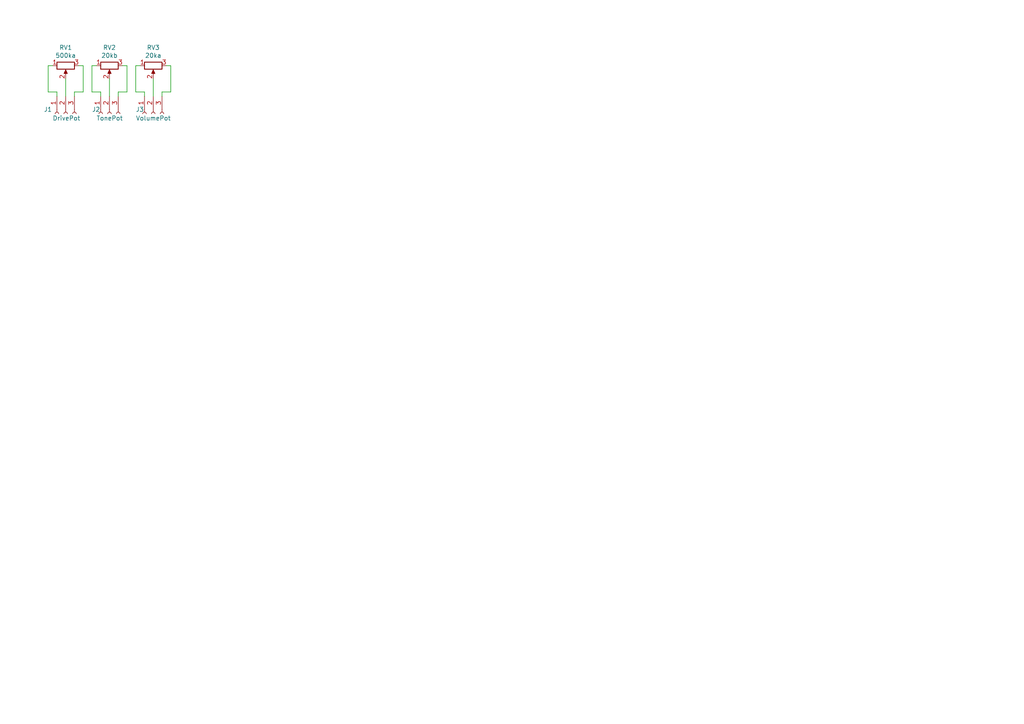
<source format=kicad_sch>
(kicad_sch (version 20211123) (generator eeschema)
  (paper "A4")
  (title_block (title "Screaming Panda - Pot Board") (date "2021-08-24") (rev "1.0") (company "John McAvoy"))
  (lib_symbols
    (symbol "Connector:Conn_01x03_Female" (pin_names (offset 1.016) hide)
      (property "Reference" "J" (at 0 5.08 0))
      (property "Value" "Conn_01x03_Female" (at 0 -5.08 0))
      (symbol "Conn_01x03_Female_1_1"
        (arc (start 0 -2.032) (mid -0.508 -2.54) (end 0 -3.048) (stroke (width 0.1524)))
        (polyline (pts (xy -1.27 -2.54) (xy -0.508 -2.54)) (stroke (width 0.1524)))
        (polyline (pts (xy -1.27 0) (xy -0.508 0)) (stroke (width 0.1524)))
        (polyline (pts (xy -1.27 2.54) (xy -0.508 2.54)) (stroke (width 0.1524)))
        (arc (start 0 0.508) (mid -0.508 0) (end 0 -0.508) (stroke (width 0.1524)))
        (arc (start 0 3.048) (mid -0.508 2.54) (end 0 2.032) (stroke (width 0.1524)))
        (pin passive line (at -5.08 2.54 0) (length 3.81) (name "Pin_1") (number "1"))
        (pin passive line (at -5.08 0 0) (length 3.81) (name "Pin_2") (number "2"))
        (pin passive line (at -5.08 -2.54 0) (length 3.81) (name "Pin_3") (number "3"))
      )
    )
    (symbol "Device:R_POT" (pin_names (offset 1.016) hide)
      (property "Reference" "RV" (at -4.445 0 90))
      (property "Value" "Device_R_POT" (at -2.54 0 90))
      (symbol "R_POT_0_1"
        (polyline (pts (xy 2.54 0) (xy 1.524 0)))
        (polyline (pts (xy 1.143 0) (xy 2.286 0.508) (xy 2.286 -0.508) (xy 1.143 0)) (fill (type outline)))
        (rectangle (start 1.016 2.54) (end -1.016 -2.54) (stroke (width 0.254)))
      )
      (symbol "R_POT_1_1"
        (pin passive line (at 0 3.81 270) (length 1.27) (name "1") (number "1"))
        (pin passive line (at 3.81 0 180) (length 1.27) (name "2") (number "2"))
        (pin passive line (at 0 -3.81 90) (length 1.27) (name "3") (number "3"))
      )
    )
  )
  (wire (pts (xy 35.56 19.05) (xy 36.83 19.05)))
  (wire (pts (xy 24.13 19.05) (xy 24.13 26.67)))
  (wire (pts (xy 40.64 19.05) (xy 39.37 19.05)))
  (wire (pts (xy 46.99 26.67) (xy 46.99 27.94)))
  (wire (pts (xy 24.13 26.67) (xy 21.59 26.67)))
  (wire (pts (xy 13.97 26.67) (xy 16.51 26.67)))
  (wire (pts (xy 49.53 26.67) (xy 46.99 26.67)))
  (wire (pts (xy 36.83 26.67) (xy 34.29 26.67)))
  (wire (pts (xy 27.94 19.05) (xy 26.67 19.05)))
  (wire (pts (xy 26.67 26.67) (xy 29.21 26.67)))
  (wire (pts (xy 22.86 19.05) (xy 24.13 19.05)))
  (wire (pts (xy 15.24 19.05) (xy 13.97 19.05)))
  (wire (pts (xy 34.29 26.67) (xy 34.29 27.94)))
  (wire (pts (xy 21.59 26.67) (xy 21.59 27.94)))
  (wire (pts (xy 48.26 19.05) (xy 49.53 19.05)))
  (wire (pts (xy 36.83 19.05) (xy 36.83 26.67)))
  (wire (pts (xy 41.91 26.67) (xy 41.91 27.94)))
  (wire (pts (xy 31.75 22.86) (xy 31.75 27.94)))
  (wire (pts (xy 13.97 19.05) (xy 13.97 26.67)))
  (wire (pts (xy 49.53 19.05) (xy 49.53 26.67)))
  (wire (pts (xy 26.67 19.05) (xy 26.67 26.67)))
  (wire (pts (xy 16.51 26.67) (xy 16.51 27.94)))
  (wire (pts (xy 39.37 19.05) (xy 39.37 26.67)))
  (wire (pts (xy 19.05 22.86) (xy 19.05 27.94)))
  (wire (pts (xy 29.21 26.67) (xy 29.21 27.94)))
  (wire (pts (xy 44.45 22.86) (xy 44.45 27.94)))
  (wire (pts (xy 39.37 26.67) (xy 41.91 26.67)))
  (symbol (lib_id "Device:R_POT") (at 19.05 19.05 90) (mirror x) (unit 1)
    (property "Reference" "RV1" (at 19.05 13.7922 90))
    (property "Value" "500ka" (at 19.05 16.1036 90))
    (property "Footprint" "j-mcavoy:Potentiometer_Bourns_PTV09A-1_Single_Vertical" (effects hide))
    (property "Datasheet" "https://www.bourns.com/docs/Product-Datasheets/PTV09.pdf" (effects hide))
    (property "manf#" "PTV09A-4020F-A504" (effects hide))
    (property "MPN" "PTV09A-4020F-A504" (effects hide))
  )
  (symbol (lib_id "Device:R_POT") (at 31.75 19.05 90) (mirror x) (unit 1)
    (property "Reference" "RV2" (at 31.75 13.7922 90))
    (property "Value" "20kb" (at 31.75 16.1036 90))
    (property "Footprint" "j-mcavoy:Potentiometer_Bourns_PTV09A-1_Single_Vertical" (effects hide))
    (property "Datasheet" "https://www.bourns.com/docs/Product-Datasheets/PTV09.pdf" (effects hide))
    (property "manf#" "PTV09A-4020F-B203" (effects hide))
    (property "MPN" "PTV09A-4020F-B203" (effects hide))
  )
  (symbol (lib_id "Device:R_POT") (at 44.45 19.05 90) (mirror x) (unit 1)
    (property "Reference" "RV3" (at 44.45 13.7922 90))
    (property "Value" "20ka" (at 44.45 16.1036 90))
    (property "Footprint" "j-mcavoy:Potentiometer_Bourns_PTV09A-1_Single_Vertical" (effects hide))
    (property "Datasheet" "https://www.bourns.com/docs/Product-Datasheets/PTV09.pdf" (effects hide))
    (property "manf#" "PTV09A-4020F-A203" (effects hide))
    (property "MPN" "PTV09A-4020F-A203" (effects hide))
  )
  (symbol (lib_id "Connector:Conn_01x03_Female") (at 19.05 33.02 90) (mirror x) (unit 1)
    (property "Reference" "J1" (at 12.7 31.75 90) (effects (justify right)))
    (property "Value" "DrivePot" (at 15.24 34.29 90) (effects (justify right)))
    (property "Footprint" "j-mcavoy:C031LFBN-RC" (effects hide))
    (property "Datasheet" "https://media.digikey.com/pdf/Data%20Sheets/Sullins%20PDFs/Female_Headers.100_DS.pdf" (effects hide))
    (property "manf#" "C031LFBN-RC" (effects hide))
    (property "MPN" "C031LFBN-RC" (effects hide))
  )
  (symbol (lib_id "Connector:Conn_01x03_Female") (at 31.75 33.02 90) (mirror x) (unit 1)
    (property "Reference" "J2" (at 26.67 31.75 90) (effects (justify right)))
    (property "Value" "TonePot" (at 27.94 34.29 90) (effects (justify right)))
    (property "Footprint" "j-mcavoy:C031LFBN-RC" (effects hide))
    (property "Datasheet" "https://media.digikey.com/pdf/Data%20Sheets/Sullins%20PDFs/Female_Headers.100_DS.pdf" (effects hide))
    (property "manf#" "C031LFBN-RC" (effects hide))
    (property "MPN" "C031LFBN-RC" (effects hide))
  )
  (symbol (lib_id "Connector:Conn_01x03_Female") (at 44.45 33.02 90) (mirror x) (unit 1)
    (property "Reference" "J3" (at 39.37 31.75 90) (effects (justify right)))
    (property "Value" "VolumePot" (at 39.37 34.29 90) (effects (justify right)))
    (property "Footprint" "j-mcavoy:C031LFBN-RC" (effects hide))
    (property "Datasheet" "https://media.digikey.com/pdf/Data%20Sheets/Sullins%20PDFs/Female_Headers.100_DS.pdf" (effects hide))
    (property "manf#" "C031LFBN-RC" (effects hide))
    (property "MPN" "C031LFBN-RC" (effects hide))
  )
)
</source>
